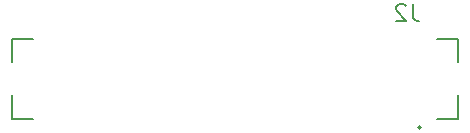
<source format=gbr>
G04 #@! TF.GenerationSoftware,KiCad,Pcbnew,6.0.7-1.fc35*
G04 #@! TF.CreationDate,2022-09-05T19:22:16-05:00*
G04 #@! TF.ProjectId,cam-adapter,63616d2d-6164-4617-9074-65722e6b6963,rev?*
G04 #@! TF.SameCoordinates,Original*
G04 #@! TF.FileFunction,Legend,Bot*
G04 #@! TF.FilePolarity,Positive*
%FSLAX46Y46*%
G04 Gerber Fmt 4.6, Leading zero omitted, Abs format (unit mm)*
G04 Created by KiCad (PCBNEW 6.0.7-1.fc35) date 2022-09-05 19:22:16*
%MOMM*%
%LPD*%
G01*
G04 APERTURE LIST*
%ADD10C,0.150000*%
%ADD11C,0.127000*%
%ADD12C,0.200000*%
G04 APERTURE END LIST*
D10*
G04 #@! TO.C,J2*
X137526327Y-87182760D02*
X137526327Y-88183801D01*
X137593063Y-88384009D01*
X137726535Y-88517481D01*
X137926743Y-88584217D01*
X138060215Y-88584217D01*
X136925702Y-87316232D02*
X136858966Y-87249496D01*
X136725494Y-87182760D01*
X136391814Y-87182760D01*
X136258342Y-87249496D01*
X136191606Y-87316232D01*
X136124870Y-87449704D01*
X136124870Y-87583176D01*
X136191606Y-87783384D01*
X136992438Y-88584217D01*
X136124870Y-88584217D01*
D11*
X103600000Y-90100000D02*
X105400000Y-90100000D01*
X141400000Y-90100000D02*
X139600000Y-90100000D01*
X103600000Y-96900000D02*
X105400000Y-96900000D01*
X103600000Y-92100000D02*
X103600000Y-90100000D01*
X141400000Y-96900000D02*
X139600000Y-96900000D01*
X141400000Y-92100000D02*
X141400000Y-90100000D01*
X103600000Y-96900000D02*
X103600000Y-94900000D01*
X141400000Y-96900000D02*
X141400000Y-94900000D01*
D12*
X138207000Y-97615000D02*
G75*
G03*
X138207000Y-97615000I-100000J0D01*
G01*
G04 #@! TD*
M02*

</source>
